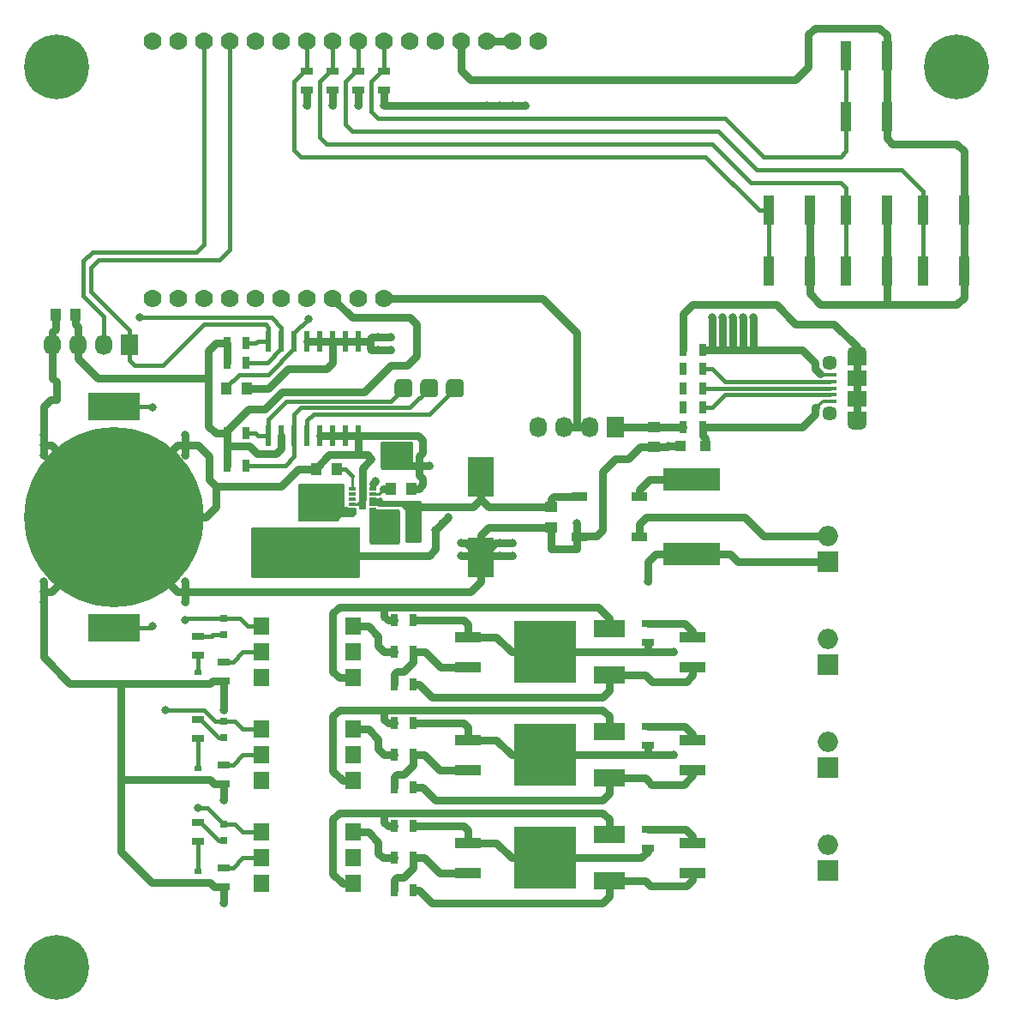
<source format=gtl>
G04 #@! TF.GenerationSoftware,KiCad,Pcbnew,no-vcs-found-67ccf76~61~ubuntu16.04.1*
G04 #@! TF.CreationDate,2018-03-20T21:24:49+05:30*
G04 #@! TF.ProjectId,wyostat,77796F737461742E6B696361645F7063,rev?*
G04 #@! TF.SameCoordinates,Original*
G04 #@! TF.FileFunction,Copper,L1,Top,Signal*
G04 #@! TF.FilePolarity,Positive*
%FSLAX46Y46*%
G04 Gerber Fmt 4.6, Leading zero omitted, Abs format (unit mm)*
G04 Created by KiCad (PCBNEW no-vcs-found-67ccf76~61~ubuntu16.04.1) date Tue Mar 20 21:24:49 2018*
%MOMM*%
%LPD*%
G01*
G04 APERTURE LIST*
%ADD10R,2.500000X1.000000*%
%ADD11R,3.048000X1.651000*%
%ADD12R,6.096000X6.096000*%
%ADD13R,1.000000X3.000000*%
%ADD14C,1.778000*%
%ADD15R,1.550000X0.850000*%
%ADD16R,0.599440X1.998980*%
%ADD17R,0.800000X2.080000*%
%ADD18R,0.700000X0.300000*%
%ADD19C,17.780000*%
%ADD20R,5.080000X2.794000*%
%ADD21C,0.508000*%
%ADD22R,1.000000X1.250000*%
%ADD23R,1.250000X1.000000*%
%ADD24R,0.700000X1.300000*%
%ADD25R,1.300000X0.700000*%
%ADD26R,1.900000X1.200000*%
%ADD27O,1.900000X1.200000*%
%ADD28R,1.900000X1.500000*%
%ADD29C,1.450000*%
%ADD30R,1.350000X0.400000*%
%ADD31R,1.520000X1.780000*%
%ADD32O,1.727200X2.032000*%
%ADD33R,1.727200X2.032000*%
%ADD34O,1.998980X1.998980*%
%ADD35R,1.998980X1.998980*%
%ADD36R,0.800000X0.800000*%
%ADD37R,5.600000X2.300000*%
%ADD38R,0.700000X0.600000*%
%ADD39C,1.650000*%
%ADD40R,0.600000X0.700000*%
%ADD41C,0.800000*%
%ADD42C,6.400000*%
%ADD43R,2.500000X4.000000*%
%ADD44R,1.000000X1.000000*%
%ADD45C,0.812800*%
%ADD46C,0.762000*%
%ADD47C,0.254000*%
%ADD48C,0.381000*%
%ADD49C,0.250000*%
%ADD50C,0.127000*%
G04 APERTURE END LIST*
D10*
X77470000Y-113435000D03*
X77470000Y-116435000D03*
X77470000Y-103275000D03*
X77470000Y-106275000D03*
X77470000Y-93115000D03*
X77470000Y-96115000D03*
X99695000Y-93115000D03*
X99695000Y-96115000D03*
X99695000Y-103275000D03*
X99695000Y-106275000D03*
X99695000Y-113435000D03*
X99695000Y-116435000D03*
D11*
X91440000Y-96901000D03*
D12*
X85090000Y-94615000D03*
D11*
X91440000Y-92329000D03*
X91440000Y-107061000D03*
D12*
X85090000Y-104775000D03*
D11*
X91440000Y-102489000D03*
X91440000Y-117221000D03*
D12*
X85090000Y-114935000D03*
D11*
X91440000Y-112649000D03*
D13*
X122460000Y-56975000D03*
X126460000Y-56975000D03*
X126460000Y-50975000D03*
X122460000Y-50975000D03*
X114840000Y-41735000D03*
X118840000Y-41735000D03*
X118840000Y-35735000D03*
X114840000Y-35735000D03*
X114840000Y-56975000D03*
X118840000Y-56975000D03*
X118840000Y-50975000D03*
X114840000Y-50975000D03*
X107220000Y-56975000D03*
X111220000Y-56975000D03*
X111220000Y-50975000D03*
X107220000Y-50975000D03*
D14*
X46355000Y-59690000D03*
X48895000Y-59690000D03*
X51435000Y-59690000D03*
X53975000Y-59690000D03*
X56515000Y-59690000D03*
X59055000Y-59690000D03*
X61595000Y-59690000D03*
X64135000Y-59690000D03*
X66675000Y-59690000D03*
X69215000Y-59690000D03*
X84455000Y-34290000D03*
X81915000Y-34290000D03*
X79375000Y-34290000D03*
X76835000Y-34290000D03*
X74295000Y-34290000D03*
X71755000Y-34290000D03*
X69215000Y-34290000D03*
X66675000Y-34290000D03*
X64135000Y-34290000D03*
X61595000Y-34290000D03*
X59055000Y-34290000D03*
X56515000Y-34290000D03*
X53975000Y-34290000D03*
X51435000Y-34290000D03*
X48895000Y-34290000D03*
X46355000Y-34290000D03*
D15*
X94390000Y-79280000D03*
X94390000Y-83280000D03*
X88490000Y-83280000D03*
X88490000Y-79280000D03*
D16*
X57785000Y-63929260D03*
X59055000Y-63929260D03*
X60325000Y-63929260D03*
X61595000Y-63929260D03*
X62865000Y-63929260D03*
X64135000Y-63929260D03*
X65405000Y-63929260D03*
X66675000Y-63929260D03*
X66675000Y-73230740D03*
X65405000Y-73230740D03*
X64135000Y-73230740D03*
X62865000Y-73230740D03*
X61595000Y-73230740D03*
X60325000Y-73230740D03*
X59055000Y-73230740D03*
X57785000Y-73230740D03*
D17*
X67056000Y-79502000D03*
D18*
X66066000Y-80502000D03*
X66066000Y-80002000D03*
X66066000Y-79502000D03*
X66066000Y-79002000D03*
X66066000Y-78502000D03*
X68046000Y-78502000D03*
X68046000Y-79002000D03*
X68046000Y-79502000D03*
X68046000Y-80002000D03*
X68046000Y-80502000D03*
D19*
X42545000Y-81280000D03*
D20*
X42545000Y-70358000D03*
X42545000Y-92202000D03*
D21*
G36*
X76688069Y-67693140D02*
X76731218Y-67699541D01*
X76773532Y-67710140D01*
X76814603Y-67724836D01*
X76854036Y-67743486D01*
X76891451Y-67765912D01*
X76926488Y-67791897D01*
X76958809Y-67821191D01*
X76988103Y-67853512D01*
X77014088Y-67888549D01*
X77036514Y-67925964D01*
X77055164Y-67965397D01*
X77069860Y-68006468D01*
X77080459Y-68048782D01*
X77086860Y-68091931D01*
X77089000Y-68135500D01*
X77089000Y-69024500D01*
X77086860Y-69068069D01*
X77080459Y-69111218D01*
X77069860Y-69153532D01*
X77055164Y-69194603D01*
X77036514Y-69234036D01*
X77014088Y-69271451D01*
X76988103Y-69306488D01*
X76958809Y-69338809D01*
X76926488Y-69368103D01*
X76891451Y-69394088D01*
X76854036Y-69416514D01*
X76814603Y-69435164D01*
X76773532Y-69449860D01*
X76731218Y-69460459D01*
X76688069Y-69466860D01*
X76644500Y-69469000D01*
X75755500Y-69469000D01*
X75711931Y-69466860D01*
X75668782Y-69460459D01*
X75626468Y-69449860D01*
X75585397Y-69435164D01*
X75545964Y-69416514D01*
X75508549Y-69394088D01*
X75473512Y-69368103D01*
X75441191Y-69338809D01*
X75411897Y-69306488D01*
X75385912Y-69271451D01*
X75363486Y-69234036D01*
X75344836Y-69194603D01*
X75330140Y-69153532D01*
X75319541Y-69111218D01*
X75313140Y-69068069D01*
X75311000Y-69024500D01*
X75311000Y-68135500D01*
X75313140Y-68091931D01*
X75319541Y-68048782D01*
X75330140Y-68006468D01*
X75344836Y-67965397D01*
X75363486Y-67925964D01*
X75385912Y-67888549D01*
X75411897Y-67853512D01*
X75441191Y-67821191D01*
X75473512Y-67791897D01*
X75508549Y-67765912D01*
X75545964Y-67743486D01*
X75585397Y-67724836D01*
X75626468Y-67710140D01*
X75668782Y-67699541D01*
X75711931Y-67693140D01*
X75755500Y-67691000D01*
X76644500Y-67691000D01*
X76688069Y-67693140D01*
X76688069Y-67693140D01*
G37*
D14*
X76200000Y-68580000D03*
D21*
G36*
X74148069Y-67693140D02*
X74191218Y-67699541D01*
X74233532Y-67710140D01*
X74274603Y-67724836D01*
X74314036Y-67743486D01*
X74351451Y-67765912D01*
X74386488Y-67791897D01*
X74418809Y-67821191D01*
X74448103Y-67853512D01*
X74474088Y-67888549D01*
X74496514Y-67925964D01*
X74515164Y-67965397D01*
X74529860Y-68006468D01*
X74540459Y-68048782D01*
X74546860Y-68091931D01*
X74549000Y-68135500D01*
X74549000Y-69024500D01*
X74546860Y-69068069D01*
X74540459Y-69111218D01*
X74529860Y-69153532D01*
X74515164Y-69194603D01*
X74496514Y-69234036D01*
X74474088Y-69271451D01*
X74448103Y-69306488D01*
X74418809Y-69338809D01*
X74386488Y-69368103D01*
X74351451Y-69394088D01*
X74314036Y-69416514D01*
X74274603Y-69435164D01*
X74233532Y-69449860D01*
X74191218Y-69460459D01*
X74148069Y-69466860D01*
X74104500Y-69469000D01*
X73215500Y-69469000D01*
X73171931Y-69466860D01*
X73128782Y-69460459D01*
X73086468Y-69449860D01*
X73045397Y-69435164D01*
X73005964Y-69416514D01*
X72968549Y-69394088D01*
X72933512Y-69368103D01*
X72901191Y-69338809D01*
X72871897Y-69306488D01*
X72845912Y-69271451D01*
X72823486Y-69234036D01*
X72804836Y-69194603D01*
X72790140Y-69153532D01*
X72779541Y-69111218D01*
X72773140Y-69068069D01*
X72771000Y-69024500D01*
X72771000Y-68135500D01*
X72773140Y-68091931D01*
X72779541Y-68048782D01*
X72790140Y-68006468D01*
X72804836Y-67965397D01*
X72823486Y-67925964D01*
X72845912Y-67888549D01*
X72871897Y-67853512D01*
X72901191Y-67821191D01*
X72933512Y-67791897D01*
X72968549Y-67765912D01*
X73005964Y-67743486D01*
X73045397Y-67724836D01*
X73086468Y-67710140D01*
X73128782Y-67699541D01*
X73171931Y-67693140D01*
X73215500Y-67691000D01*
X74104500Y-67691000D01*
X74148069Y-67693140D01*
X74148069Y-67693140D01*
G37*
D14*
X73660000Y-68580000D03*
D21*
G36*
X71608069Y-67693140D02*
X71651218Y-67699541D01*
X71693532Y-67710140D01*
X71734603Y-67724836D01*
X71774036Y-67743486D01*
X71811451Y-67765912D01*
X71846488Y-67791897D01*
X71878809Y-67821191D01*
X71908103Y-67853512D01*
X71934088Y-67888549D01*
X71956514Y-67925964D01*
X71975164Y-67965397D01*
X71989860Y-68006468D01*
X72000459Y-68048782D01*
X72006860Y-68091931D01*
X72009000Y-68135500D01*
X72009000Y-69024500D01*
X72006860Y-69068069D01*
X72000459Y-69111218D01*
X71989860Y-69153532D01*
X71975164Y-69194603D01*
X71956514Y-69234036D01*
X71934088Y-69271451D01*
X71908103Y-69306488D01*
X71878809Y-69338809D01*
X71846488Y-69368103D01*
X71811451Y-69394088D01*
X71774036Y-69416514D01*
X71734603Y-69435164D01*
X71693532Y-69449860D01*
X71651218Y-69460459D01*
X71608069Y-69466860D01*
X71564500Y-69469000D01*
X70675500Y-69469000D01*
X70631931Y-69466860D01*
X70588782Y-69460459D01*
X70546468Y-69449860D01*
X70505397Y-69435164D01*
X70465964Y-69416514D01*
X70428549Y-69394088D01*
X70393512Y-69368103D01*
X70361191Y-69338809D01*
X70331897Y-69306488D01*
X70305912Y-69271451D01*
X70283486Y-69234036D01*
X70264836Y-69194603D01*
X70250140Y-69153532D01*
X70239541Y-69111218D01*
X70233140Y-69068069D01*
X70231000Y-69024500D01*
X70231000Y-68135500D01*
X70233140Y-68091931D01*
X70239541Y-68048782D01*
X70250140Y-68006468D01*
X70264836Y-67965397D01*
X70283486Y-67925964D01*
X70305912Y-67888549D01*
X70331897Y-67853512D01*
X70361191Y-67821191D01*
X70393512Y-67791897D01*
X70428549Y-67765912D01*
X70465964Y-67743486D01*
X70505397Y-67724836D01*
X70546468Y-67710140D01*
X70588782Y-67699541D01*
X70631931Y-67693140D01*
X70675500Y-67691000D01*
X71564500Y-67691000D01*
X71608069Y-67693140D01*
X71608069Y-67693140D01*
G37*
D14*
X71120000Y-68580000D03*
D22*
X53610000Y-68580000D03*
X55610000Y-68580000D03*
D23*
X85725000Y-80280000D03*
X85725000Y-82280000D03*
D22*
X71993000Y-82931000D03*
X69993000Y-82931000D03*
X69866000Y-78486000D03*
X71866000Y-78486000D03*
X64500000Y-76581000D03*
X62500000Y-76581000D03*
X66310000Y-82931000D03*
X68310000Y-82931000D03*
X38719000Y-61341000D03*
X36719000Y-61341000D03*
D23*
X95885000Y-72380600D03*
X95885000Y-74380600D03*
D24*
X70170000Y-94615000D03*
X72070000Y-94615000D03*
X70170000Y-97790000D03*
X72070000Y-97790000D03*
D25*
X50800000Y-93030000D03*
X50800000Y-94930000D03*
X53340000Y-95570000D03*
X53340000Y-97470000D03*
D24*
X70170000Y-91440000D03*
X72070000Y-91440000D03*
D25*
X95250000Y-91760000D03*
X95250000Y-93660000D03*
D24*
X70170000Y-104775000D03*
X72070000Y-104775000D03*
X70170000Y-107950000D03*
X72070000Y-107950000D03*
D25*
X50800000Y-101285000D03*
X50800000Y-103185000D03*
X53340000Y-105730000D03*
X53340000Y-107630000D03*
X95250000Y-101920000D03*
X95250000Y-103820000D03*
D24*
X70170000Y-101600000D03*
X72070000Y-101600000D03*
X70170000Y-114935000D03*
X72070000Y-114935000D03*
X70170000Y-118110000D03*
X72070000Y-118110000D03*
D25*
X50800000Y-111445000D03*
X50800000Y-113345000D03*
X53340000Y-115890000D03*
X53340000Y-117790000D03*
D24*
X70170000Y-111760000D03*
X72070000Y-111760000D03*
D25*
X95250000Y-112080000D03*
X95250000Y-113980000D03*
X66675000Y-39177000D03*
X66675000Y-37277000D03*
X69215000Y-39177000D03*
X69215000Y-37277000D03*
X64135000Y-39177000D03*
X64135000Y-37277000D03*
X61595000Y-39177000D03*
X61595000Y-37277000D03*
D24*
X98745000Y-72390000D03*
X100645000Y-72390000D03*
X100645000Y-64770000D03*
X98745000Y-64770000D03*
X100645000Y-70485000D03*
X98745000Y-70485000D03*
X100645000Y-68580000D03*
X98745000Y-68580000D03*
X100645000Y-66675000D03*
X98745000Y-66675000D03*
X55560000Y-76200000D03*
X53660000Y-76200000D03*
X55560000Y-73025000D03*
X53660000Y-73025000D03*
X55560000Y-64135000D03*
X53660000Y-64135000D03*
X55560000Y-66040000D03*
X53660000Y-66040000D03*
D26*
X115920000Y-71480000D03*
X115920000Y-65680000D03*
D27*
X115920000Y-65080000D03*
X115920000Y-72080000D03*
D28*
X115920000Y-69580000D03*
D29*
X113220000Y-66080000D03*
D30*
X113220000Y-68580000D03*
X113220000Y-67930000D03*
X113220000Y-67280000D03*
X113220000Y-69880000D03*
X113220000Y-69230000D03*
D29*
X113220000Y-71080000D03*
D28*
X115920000Y-67580000D03*
D31*
X57090000Y-92075000D03*
X57090000Y-94615000D03*
X57090000Y-97155000D03*
X66100000Y-97155000D03*
X66100000Y-94615000D03*
X66100000Y-92075000D03*
X57090000Y-102235000D03*
X57090000Y-104775000D03*
X57090000Y-107315000D03*
X66100000Y-107315000D03*
X66100000Y-104775000D03*
X66100000Y-102235000D03*
X57090000Y-112395000D03*
X57090000Y-114935000D03*
X57090000Y-117475000D03*
X66100000Y-117475000D03*
X66100000Y-114935000D03*
X66100000Y-112395000D03*
D32*
X36449000Y-64262000D03*
X38989000Y-64262000D03*
X41529000Y-64262000D03*
D33*
X44069000Y-64262000D03*
D34*
X113030000Y-93325000D03*
D35*
X113030000Y-95865000D03*
D34*
X113030000Y-83165000D03*
D35*
X113030000Y-85705000D03*
D34*
X113030000Y-103485000D03*
D35*
X113030000Y-106025000D03*
D34*
X113030000Y-113645000D03*
D35*
X113030000Y-116185000D03*
D36*
X53340000Y-92875000D03*
X53340000Y-91275000D03*
X53340000Y-103035000D03*
X53340000Y-101435000D03*
X53340000Y-113195000D03*
X53340000Y-111595000D03*
D37*
X99568000Y-77580000D03*
X99568000Y-84980000D03*
D33*
X92075000Y-72390000D03*
D32*
X89535000Y-72390000D03*
X86995000Y-72390000D03*
X84455000Y-72390000D03*
D38*
X50800000Y-96605000D03*
X50800000Y-97705000D03*
X50800000Y-106130000D03*
X50800000Y-107230000D03*
X50800000Y-116290000D03*
X50800000Y-117390000D03*
D21*
G36*
X57352320Y-83995641D02*
X57392363Y-84001581D01*
X57431630Y-84011417D01*
X57469745Y-84025055D01*
X57506339Y-84042362D01*
X57541061Y-84063174D01*
X57573575Y-84087288D01*
X57603570Y-84114473D01*
X59141527Y-85652430D01*
X59168712Y-85682425D01*
X59192826Y-85714939D01*
X59213638Y-85749661D01*
X59230945Y-85786255D01*
X59244583Y-85824370D01*
X59254419Y-85863637D01*
X59260359Y-85903680D01*
X59262345Y-85944112D01*
X59260359Y-85984544D01*
X59254419Y-86024587D01*
X59244583Y-86063854D01*
X59230945Y-86101969D01*
X59213638Y-86138563D01*
X59192826Y-86173285D01*
X59168712Y-86205799D01*
X59141527Y-86235794D01*
X58558164Y-86819157D01*
X58528169Y-86846342D01*
X58495655Y-86870456D01*
X58460933Y-86891268D01*
X58424339Y-86908575D01*
X58386224Y-86922213D01*
X58346957Y-86932049D01*
X58306914Y-86937989D01*
X58266482Y-86939975D01*
X58226050Y-86937989D01*
X58186007Y-86932049D01*
X58146740Y-86922213D01*
X58108625Y-86908575D01*
X58072031Y-86891268D01*
X58037309Y-86870456D01*
X58004795Y-86846342D01*
X57974800Y-86819157D01*
X56436843Y-85281200D01*
X56409658Y-85251205D01*
X56385544Y-85218691D01*
X56364732Y-85183969D01*
X56347425Y-85147375D01*
X56333787Y-85109260D01*
X56323951Y-85069993D01*
X56318011Y-85029950D01*
X56316025Y-84989518D01*
X56318011Y-84949086D01*
X56323951Y-84909043D01*
X56333787Y-84869776D01*
X56347425Y-84831661D01*
X56364732Y-84795067D01*
X56385544Y-84760345D01*
X56409658Y-84727831D01*
X56436843Y-84697836D01*
X57020206Y-84114473D01*
X57050201Y-84087288D01*
X57082715Y-84063174D01*
X57117437Y-84042362D01*
X57154031Y-84025055D01*
X57192146Y-84011417D01*
X57231413Y-84001581D01*
X57271456Y-83995641D01*
X57311888Y-83993655D01*
X57352320Y-83995641D01*
X57352320Y-83995641D01*
G37*
D39*
X57789185Y-85466815D03*
D21*
G36*
X63185950Y-78162011D02*
X63225993Y-78167951D01*
X63265260Y-78177787D01*
X63303375Y-78191425D01*
X63339969Y-78208732D01*
X63374691Y-78229544D01*
X63407205Y-78253658D01*
X63437200Y-78280843D01*
X64975157Y-79818800D01*
X65002342Y-79848795D01*
X65026456Y-79881309D01*
X65047268Y-79916031D01*
X65064575Y-79952625D01*
X65078213Y-79990740D01*
X65088049Y-80030007D01*
X65093989Y-80070050D01*
X65095975Y-80110482D01*
X65093989Y-80150914D01*
X65088049Y-80190957D01*
X65078213Y-80230224D01*
X65064575Y-80268339D01*
X65047268Y-80304933D01*
X65026456Y-80339655D01*
X65002342Y-80372169D01*
X64975157Y-80402164D01*
X64391794Y-80985527D01*
X64361799Y-81012712D01*
X64329285Y-81036826D01*
X64294563Y-81057638D01*
X64257969Y-81074945D01*
X64219854Y-81088583D01*
X64180587Y-81098419D01*
X64140544Y-81104359D01*
X64100112Y-81106345D01*
X64059680Y-81104359D01*
X64019637Y-81098419D01*
X63980370Y-81088583D01*
X63942255Y-81074945D01*
X63905661Y-81057638D01*
X63870939Y-81036826D01*
X63838425Y-81012712D01*
X63808430Y-80985527D01*
X62270473Y-79447570D01*
X62243288Y-79417575D01*
X62219174Y-79385061D01*
X62198362Y-79350339D01*
X62181055Y-79313745D01*
X62167417Y-79275630D01*
X62157581Y-79236363D01*
X62151641Y-79196320D01*
X62149655Y-79155888D01*
X62151641Y-79115456D01*
X62157581Y-79075413D01*
X62167417Y-79036146D01*
X62181055Y-78998031D01*
X62198362Y-78961437D01*
X62219174Y-78926715D01*
X62243288Y-78894201D01*
X62270473Y-78864206D01*
X62853836Y-78280843D01*
X62883831Y-78253658D01*
X62916345Y-78229544D01*
X62951067Y-78208732D01*
X62987661Y-78191425D01*
X63025776Y-78177787D01*
X63065043Y-78167951D01*
X63105086Y-78162011D01*
X63145518Y-78160025D01*
X63185950Y-78162011D01*
X63185950Y-78162011D01*
G37*
D39*
X63622815Y-79633185D03*
D40*
X72686000Y-76200000D03*
X71586000Y-76200000D03*
D41*
X38527056Y-35132944D03*
X36830000Y-34430000D03*
X35132944Y-35132944D03*
X34430000Y-36830000D03*
X35132944Y-38527056D03*
X36830000Y-39230000D03*
X38527056Y-38527056D03*
X39230000Y-36830000D03*
D42*
X36830000Y-36830000D03*
D41*
X127427056Y-35132944D03*
X125730000Y-34430000D03*
X124032944Y-35132944D03*
X123330000Y-36830000D03*
X124032944Y-38527056D03*
X125730000Y-39230000D03*
X127427056Y-38527056D03*
X128130000Y-36830000D03*
D42*
X125730000Y-36830000D03*
X36830000Y-125730000D03*
D41*
X39230000Y-125730000D03*
X38527056Y-127427056D03*
X36830000Y-128130000D03*
X35132944Y-127427056D03*
X34430000Y-125730000D03*
X35132944Y-124032944D03*
X36830000Y-123330000D03*
X38527056Y-124032944D03*
D42*
X125730000Y-125730000D03*
D41*
X128130000Y-125730000D03*
X127427056Y-127427056D03*
X125730000Y-128130000D03*
X124032944Y-127427056D03*
X123330000Y-125730000D03*
X124032944Y-124032944D03*
X125730000Y-123330000D03*
X127427056Y-124032944D03*
D43*
X78740000Y-85280000D03*
X78740000Y-77280000D03*
D44*
X98445000Y-74295000D03*
X100945000Y-74295000D03*
D45*
X97790000Y-94615000D03*
X97790000Y-104775000D03*
X85090000Y-114935000D03*
X53340000Y-100330000D03*
X69850000Y-64770000D03*
X69850000Y-63500000D03*
X68580000Y-63500000D03*
X35560000Y-75183994D03*
X35560000Y-88646000D03*
X49530000Y-80264000D03*
X49530000Y-82296000D03*
X49530000Y-81280000D03*
X35560000Y-87629998D03*
X35560000Y-89662000D03*
X49530000Y-89662000D03*
X49530000Y-87629998D03*
X49530000Y-88646000D03*
X49530000Y-74168000D03*
X35560000Y-74168000D03*
X35560000Y-73152000D03*
X49530000Y-75184002D03*
X49530000Y-73152000D03*
X67945000Y-75565014D03*
X105664000Y-61595000D03*
X104648000Y-61595000D03*
X103632000Y-61595000D03*
X102616000Y-61595000D03*
X101600000Y-61595000D03*
X83185000Y-40640000D03*
X81915000Y-40640000D03*
X80645000Y-40640000D03*
X79375000Y-40640000D03*
X36830000Y-69723004D03*
X68580000Y-64770000D03*
X97282000Y-74295000D03*
X75565000Y-81280000D03*
X74930000Y-81915000D03*
X74295000Y-82550000D03*
X49530000Y-91440000D03*
X47625000Y-100330000D03*
X50800000Y-109982000D03*
X45085000Y-61595000D03*
X46354994Y-70485000D03*
X46355000Y-92075000D03*
X61722000Y-61722000D03*
X95250000Y-87630000D03*
X53340000Y-119380000D03*
X73660000Y-76200000D03*
X73025000Y-74930000D03*
X90170000Y-83185000D03*
X88265000Y-81915000D03*
X88265000Y-84455000D03*
X81915000Y-83820000D03*
X80645000Y-85090000D03*
X80645000Y-83820000D03*
X81915000Y-85090000D03*
X76835000Y-85090000D03*
X76835000Y-83820000D03*
X53340000Y-109220000D03*
X73025000Y-78105000D03*
X69215000Y-40640000D03*
X66675000Y-40640000D03*
X64135000Y-40640000D03*
X61595000Y-40640000D03*
X68326000Y-77724000D03*
X95250000Y-97155000D03*
X95250000Y-107315000D03*
X95250000Y-117475000D03*
X70104008Y-81280000D03*
X69850000Y-75565000D03*
X68961000Y-81280000D03*
X70866000Y-76200000D03*
D46*
X95250000Y-94615000D02*
X97790000Y-94615000D01*
X72070000Y-91440000D02*
X77057000Y-91440000D01*
X77057000Y-91440000D02*
X77470000Y-91853000D01*
X77470000Y-91853000D02*
X77470000Y-93115000D01*
X85090000Y-94615000D02*
X81788000Y-94615000D01*
X77470000Y-93115000D02*
X80288000Y-93115000D01*
X80288000Y-93115000D02*
X81788000Y-94615000D01*
X95250000Y-91760000D02*
X98872000Y-91760000D01*
X98872000Y-91760000D02*
X99695000Y-92583000D01*
X99695000Y-92583000D02*
X99695000Y-93115000D01*
X73279000Y-94615000D02*
X74779000Y-96115000D01*
X74779000Y-96115000D02*
X77470000Y-96115000D01*
X72070000Y-94615000D02*
X73279000Y-94615000D01*
X95250000Y-104775000D02*
X97790000Y-104775000D01*
X77470000Y-103275000D02*
X80288000Y-103275000D01*
X81788000Y-104775000D02*
X85090000Y-104775000D01*
X80288000Y-103275000D02*
X81788000Y-104775000D01*
X72070000Y-101600000D02*
X77057000Y-101600000D01*
X77057000Y-101600000D02*
X77470000Y-102013000D01*
X77470000Y-102013000D02*
X77470000Y-103275000D01*
X95250000Y-101920000D02*
X98872000Y-101920000D01*
X99695000Y-102743000D02*
X99695000Y-103275000D01*
X98872000Y-101920000D02*
X99695000Y-102743000D01*
X72070000Y-104775000D02*
X73182000Y-104775000D01*
X74682000Y-106275000D02*
X77470000Y-106275000D01*
X73182000Y-104775000D02*
X74682000Y-106275000D01*
X99695000Y-113435000D02*
X99695000Y-112776000D01*
X95250000Y-112080000D02*
X98999000Y-112080000D01*
X98999000Y-112080000D02*
X99695000Y-112776000D01*
X85090000Y-114935000D02*
X94615000Y-114935000D01*
X95250000Y-114300000D02*
X94615000Y-114935000D01*
X95250000Y-113980000D02*
X95250000Y-114300000D01*
X72070000Y-111760000D02*
X77057000Y-111760000D01*
X77057000Y-111760000D02*
X77470000Y-112173000D01*
X77470000Y-112173000D02*
X77470000Y-113435000D01*
X77470000Y-113435000D02*
X80288000Y-113435000D01*
X80288000Y-113435000D02*
X81788000Y-114935000D01*
X81788000Y-114935000D02*
X85090000Y-114935000D01*
X72070000Y-114935000D02*
X73182000Y-114935000D01*
X73182000Y-114935000D02*
X74682000Y-116435000D01*
X74682000Y-116435000D02*
X77470000Y-116435000D01*
X80645000Y-85090000D02*
X81915000Y-85090000D01*
X80645000Y-83820000D02*
X81915000Y-83820000D01*
X43180000Y-114300000D02*
X43180000Y-107315000D01*
X50800000Y-107230000D02*
X43265000Y-107230000D01*
X43180000Y-107315000D02*
X43180000Y-97705000D01*
X43265000Y-107230000D02*
X43180000Y-107315000D01*
X50800000Y-97705000D02*
X43180000Y-97705000D01*
X43180000Y-97705000D02*
X38142000Y-97705000D01*
X46270000Y-117390000D02*
X43180000Y-114300000D01*
X50800000Y-117390000D02*
X46270000Y-117390000D01*
X53340000Y-97470000D02*
X53340000Y-100330000D01*
X67818000Y-64008000D02*
X67818000Y-64643000D01*
X67818000Y-63687264D02*
X67818000Y-64008000D01*
X67815460Y-64008000D02*
X67818000Y-64008000D01*
X66675000Y-63929260D02*
X67736720Y-63929260D01*
X67736720Y-63929260D02*
X67815460Y-64008000D01*
X67818000Y-64643000D02*
X67945000Y-64770000D01*
X67945000Y-64770000D02*
X69850000Y-64770000D01*
X68580000Y-63500000D02*
X68005264Y-63500000D01*
X68005264Y-63500000D02*
X67818000Y-63687264D01*
X69850000Y-63500000D02*
X68580000Y-63500000D01*
X55610000Y-68580000D02*
X57785000Y-68580000D01*
X57785000Y-68580000D02*
X59690000Y-66675000D01*
X59690000Y-66675000D02*
X63500000Y-66675000D01*
X63500000Y-66675000D02*
X64135000Y-66040000D01*
X64135000Y-66040000D02*
X64135000Y-63929260D01*
X90805000Y-76835000D02*
X90805000Y-82550000D01*
X90805000Y-82550000D02*
X90170000Y-83185000D01*
X92075000Y-75565000D02*
X90805000Y-76835000D01*
X93313600Y-75565000D02*
X92075000Y-75565000D01*
X95885000Y-74380600D02*
X94498000Y-74380600D01*
X94498000Y-74380600D02*
X93313600Y-75565000D01*
X88265000Y-84455000D02*
X85725000Y-84455000D01*
X49530000Y-88646000D02*
X77724000Y-88646000D01*
X77724000Y-88646000D02*
X78740000Y-87630000D01*
X78740000Y-87630000D02*
X78740000Y-85280000D01*
X63797385Y-75158615D02*
X66675000Y-75158615D01*
X66675000Y-73230740D02*
X66675000Y-75158615D01*
X66675000Y-75158615D02*
X67538601Y-75158615D01*
X35560000Y-89662000D02*
X35560000Y-95123000D01*
X35560000Y-74168000D02*
X35560000Y-75183994D01*
X52578000Y-78232000D02*
X51943000Y-77597000D01*
X51943000Y-77597000D02*
X51943000Y-75311000D01*
X50800000Y-74168000D02*
X49530000Y-74168000D01*
X51943000Y-75311000D02*
X50800000Y-74168000D01*
X59055000Y-78232000D02*
X52578000Y-78232000D01*
X52578000Y-78232000D02*
X52578000Y-80264000D01*
X52578000Y-80264000D02*
X51562000Y-81280000D01*
X51562000Y-81280000D02*
X49530000Y-81280000D01*
X49530000Y-81280000D02*
X49530000Y-80264000D01*
X49530000Y-81280000D02*
X49530000Y-82296000D01*
X42545000Y-81280000D02*
X49530000Y-81280000D01*
X48768000Y-88646000D02*
X49530000Y-88646000D01*
X42545000Y-82423000D02*
X48768000Y-88646000D01*
X36322000Y-88646000D02*
X35560000Y-88646000D01*
X42545000Y-82423000D02*
X36322000Y-88646000D01*
X42545000Y-81280000D02*
X42545000Y-82423000D01*
X35560000Y-88646000D02*
X35560000Y-87629998D01*
X35560000Y-88646000D02*
X35560000Y-89662000D01*
X49530000Y-87629998D02*
X49530000Y-89662000D01*
X42545000Y-80391000D02*
X36322000Y-74168000D01*
X36322000Y-74168000D02*
X35560000Y-74168000D01*
X42545000Y-80391000D02*
X48768000Y-74168000D01*
X48768000Y-74168000D02*
X49530000Y-74168000D01*
X42545000Y-81280000D02*
X42545000Y-80391000D01*
X35560000Y-73152000D02*
X35560000Y-74168000D01*
X35560000Y-73152000D02*
X35560000Y-70418268D01*
X36830000Y-69723004D02*
X36255264Y-69723004D01*
X36255264Y-69723004D02*
X35560000Y-70418268D01*
X49530000Y-74168000D02*
X49530000Y-75184002D01*
X49530000Y-74168000D02*
X49530000Y-73152000D01*
X62500000Y-76581000D02*
X62500000Y-76456000D01*
X67056000Y-76454014D02*
X67945000Y-75565014D01*
X62500000Y-76456000D02*
X63797385Y-75158615D01*
X67538601Y-75158615D02*
X67945000Y-75565014D01*
X67056000Y-79502000D02*
X67056000Y-76454014D01*
X104648000Y-64770000D02*
X105664000Y-64770000D01*
X105664000Y-61595000D02*
X105664000Y-64770000D01*
X105664000Y-64770000D02*
X110490000Y-64770000D01*
X103632000Y-64770000D02*
X104648000Y-64770000D01*
X104648000Y-61595000D02*
X104648000Y-64770000D01*
X102616000Y-64770000D02*
X103632000Y-64770000D01*
X103632000Y-61595000D02*
X103632000Y-64770000D01*
X102235000Y-64770000D02*
X102616000Y-64770000D01*
X102616000Y-61595000D02*
X102616000Y-64770000D01*
X85090000Y-94615000D02*
X95250000Y-94615000D01*
X95250000Y-93660000D02*
X95250000Y-94615000D01*
X70485000Y-96520000D02*
X70170000Y-96835000D01*
X70170000Y-96835000D02*
X70170000Y-97790000D01*
X71120000Y-96520000D02*
X70485000Y-96520000D01*
X72070000Y-95570000D02*
X71120000Y-96520000D01*
X72070000Y-94615000D02*
X72070000Y-95570000D01*
X36830000Y-67945000D02*
X36449000Y-67564000D01*
X36449000Y-67564000D02*
X36449000Y-64262000D01*
X36830000Y-69723004D02*
X36830000Y-67945000D01*
X101600000Y-64770000D02*
X101600000Y-61595000D01*
X101600000Y-64770000D02*
X102235000Y-64770000D01*
X100645000Y-64770000D02*
X101600000Y-64770000D01*
D47*
X113220000Y-67280000D02*
X112291000Y-67280000D01*
X112291000Y-67280000D02*
X112230799Y-67219799D01*
X112230799Y-67219799D02*
X112230799Y-67145799D01*
D46*
X111760000Y-66675000D02*
X112230799Y-67145799D01*
X111760000Y-66040000D02*
X111760000Y-66675000D01*
X110490000Y-64770000D02*
X111760000Y-66040000D01*
X80645000Y-40640000D02*
X79375000Y-40640000D01*
X81915000Y-40640000D02*
X80645000Y-40640000D01*
X83185000Y-40640000D02*
X81915000Y-40640000D01*
X69215000Y-40640000D02*
X79375000Y-40640000D01*
X59055000Y-78232000D02*
X60706000Y-76581000D01*
X36449000Y-64262000D02*
X36449000Y-62998000D01*
X36449000Y-62998000D02*
X36719000Y-62728000D01*
X36719000Y-62728000D02*
X36719000Y-61341000D01*
X38142000Y-97705000D02*
X35560000Y-95123000D01*
X52263000Y-97470000D02*
X52028000Y-97705000D01*
X52028000Y-97705000D02*
X50800000Y-97705000D01*
X53340000Y-97470000D02*
X52263000Y-97470000D01*
X95885000Y-74380600D02*
X97196400Y-74380600D01*
X97196400Y-74380600D02*
X97282000Y-74295000D01*
X98445000Y-74295000D02*
X97282000Y-74295000D01*
X73025000Y-73660000D02*
X72595740Y-73230740D01*
X72595740Y-73230740D02*
X66675000Y-73230740D01*
X73025000Y-74930000D02*
X73025000Y-73660000D01*
X65405000Y-73230740D02*
X66675000Y-73230740D01*
X64135000Y-73230740D02*
X65405000Y-73230740D01*
X62865000Y-73230740D02*
X64135000Y-73230740D01*
X65405000Y-63929260D02*
X66675000Y-63929260D01*
X64135000Y-63929260D02*
X65405000Y-63929260D01*
X62865000Y-63929260D02*
X64135000Y-63929260D01*
X61595000Y-63929260D02*
X62865000Y-63929260D01*
X72390000Y-62230000D02*
X71755000Y-61595000D01*
X71501000Y-66294000D02*
X72390000Y-65405000D01*
X67208398Y-68935602D02*
X69850000Y-66294000D01*
X59080398Y-68935602D02*
X67208398Y-68935602D01*
X53660000Y-72725000D02*
X55773000Y-70612000D01*
X72390000Y-65405000D02*
X72390000Y-62230000D01*
X69850000Y-66294000D02*
X71501000Y-66294000D01*
X55773000Y-70612000D02*
X57404000Y-70612000D01*
X53660000Y-73025000D02*
X53660000Y-72725000D01*
X57404000Y-70612000D02*
X59080398Y-68935602D01*
X71755000Y-61595000D02*
X66040000Y-61595000D01*
X66040000Y-61595000D02*
X64135000Y-59690000D01*
X111760000Y-33020000D02*
X111125000Y-33655000D01*
X118110000Y-33020000D02*
X111760000Y-33020000D01*
X109855000Y-38100000D02*
X77724000Y-38100000D01*
X118840000Y-33750000D02*
X118110000Y-33020000D01*
X111125000Y-36830000D02*
X109855000Y-38100000D01*
X118840000Y-35735000D02*
X118840000Y-33750000D01*
X111125000Y-33655000D02*
X111125000Y-36830000D01*
X77724000Y-38100000D02*
X76835000Y-37211000D01*
X76835000Y-37211000D02*
X76835000Y-34290000D01*
X125730000Y-44450000D02*
X126460000Y-45180000D01*
X119380000Y-44450000D02*
X125730000Y-44450000D01*
X126460000Y-45180000D02*
X126460000Y-50975000D01*
X118840000Y-43910000D02*
X119380000Y-44450000D01*
X118840000Y-41735000D02*
X118840000Y-43910000D01*
X112308000Y-60325000D02*
X118745000Y-60325000D01*
X118745000Y-60325000D02*
X125730000Y-60325000D01*
X118840000Y-60230000D02*
X118745000Y-60325000D01*
X118840000Y-56975000D02*
X118840000Y-60230000D01*
X125730000Y-60325000D02*
X126460000Y-59595000D01*
X126460000Y-59595000D02*
X126460000Y-56975000D01*
X111220000Y-56975000D02*
X111220000Y-59237000D01*
X111220000Y-59237000D02*
X112308000Y-60325000D01*
X111220000Y-50975000D02*
X111220000Y-56975000D01*
X126460000Y-50975000D02*
X126460000Y-56975000D01*
X38719000Y-62214000D02*
X38989000Y-62484000D01*
X38989000Y-62484000D02*
X38989000Y-64262000D01*
X38719000Y-61341000D02*
X38719000Y-62214000D01*
X51816000Y-67564000D02*
X40894000Y-67564000D01*
X40894000Y-67564000D02*
X38989000Y-65659000D01*
X38989000Y-65659000D02*
X38989000Y-64262000D01*
X51816000Y-67564000D02*
X51816000Y-64867000D01*
X51816000Y-72293000D02*
X51816000Y-67564000D01*
X53660000Y-73025000D02*
X52548000Y-73025000D01*
X52548000Y-73025000D02*
X51816000Y-72293000D01*
X56642000Y-75057000D02*
X58547000Y-75057000D01*
X53660000Y-74295000D02*
X55880000Y-74295000D01*
X58547000Y-75057000D02*
X59055000Y-74549000D01*
X55880000Y-74295000D02*
X56642000Y-75057000D01*
X59055000Y-74549000D02*
X59055000Y-73230740D01*
X53660000Y-74295000D02*
X53660000Y-73025000D01*
X53660000Y-76200000D02*
X53660000Y-74295000D01*
X51816000Y-64867000D02*
X52548000Y-64135000D01*
X52548000Y-64135000D02*
X53660000Y-64135000D01*
X53660000Y-64135000D02*
X53660000Y-66040000D01*
X74930000Y-81915000D02*
X75565000Y-81280000D01*
X74295000Y-82550000D02*
X74930000Y-81915000D01*
X74295000Y-84455000D02*
X74295000Y-82550000D01*
X73660000Y-85090000D02*
X74295000Y-84455000D01*
X66040000Y-85090000D02*
X73660000Y-85090000D01*
X65151000Y-84201000D02*
X66040000Y-85090000D01*
X65151000Y-82931000D02*
X65151000Y-84201000D01*
D48*
X52286000Y-92875000D02*
X52131000Y-93030000D01*
X52131000Y-93030000D02*
X50800000Y-93030000D01*
X53340000Y-92875000D02*
X52286000Y-92875000D01*
X53340000Y-91275000D02*
X49695000Y-91275000D01*
X49695000Y-91275000D02*
X49530000Y-91440000D01*
X55753000Y-92075000D02*
X54953000Y-91275000D01*
X54953000Y-91275000D02*
X53340000Y-91275000D01*
X57090000Y-92075000D02*
X55753000Y-92075000D01*
X51435000Y-100330000D02*
X47625000Y-100330000D01*
X52540000Y-101435000D02*
X51435000Y-100330000D01*
X53340000Y-101435000D02*
X52540000Y-101435000D01*
X53340000Y-111595000D02*
X51727000Y-109982000D01*
X51727000Y-109982000D02*
X50800000Y-109982000D01*
X44069000Y-64262000D02*
X44069000Y-62865000D01*
X44069000Y-62865000D02*
X40259000Y-59055000D01*
X40259000Y-59055000D02*
X40259000Y-56642000D01*
X40259000Y-56642000D02*
X41021000Y-55880000D01*
X41021000Y-55880000D02*
X52959000Y-55880000D01*
X52959000Y-55880000D02*
X53975000Y-54864000D01*
X53975000Y-54864000D02*
X53975000Y-34290000D01*
X44577000Y-66294000D02*
X44069000Y-65786000D01*
X44069000Y-65786000D02*
X44069000Y-64262000D01*
X47371000Y-66294000D02*
X44577000Y-66294000D01*
X51435000Y-62230000D02*
X47371000Y-66294000D01*
X57466230Y-62230000D02*
X51435000Y-62230000D01*
X57785000Y-63929260D02*
X57785000Y-62548770D01*
X57785000Y-62548770D02*
X57466230Y-62230000D01*
X56720740Y-63929260D02*
X56515000Y-64135000D01*
X56515000Y-64135000D02*
X55560000Y-64135000D01*
X57785000Y-63929260D02*
X56720740Y-63929260D01*
X58101230Y-61595000D02*
X45085000Y-61595000D01*
X59055000Y-63929260D02*
X59055000Y-62548770D01*
X59055000Y-62548770D02*
X58101230Y-61595000D01*
X55560000Y-66040000D02*
X57644030Y-66040000D01*
X57644030Y-66040000D02*
X59055000Y-64629030D01*
X59055000Y-64629030D02*
X59055000Y-63929260D01*
X39497000Y-56007000D02*
X39497000Y-59436000D01*
X41529000Y-64262000D02*
X41529000Y-61468000D01*
X41529000Y-61468000D02*
X39497000Y-59436000D01*
X40386000Y-55118000D02*
X39497000Y-56007000D01*
X50673000Y-55118000D02*
X40386000Y-55118000D01*
X51435000Y-54356000D02*
X50673000Y-55118000D01*
X51435000Y-34290000D02*
X51435000Y-54356000D01*
D46*
X89535000Y-72390000D02*
X88265000Y-72390000D01*
X88265000Y-72390000D02*
X86995000Y-72390000D01*
X84836000Y-59690000D02*
X88265000Y-63119000D01*
X88265000Y-63119000D02*
X88265000Y-72390000D01*
X69215000Y-59690000D02*
X84836000Y-59690000D01*
X95885000Y-72380600D02*
X92084400Y-72380600D01*
X92084400Y-72380600D02*
X92075000Y-72390000D01*
X98745000Y-72390000D02*
X95894400Y-72390000D01*
X95894400Y-72390000D02*
X95885000Y-72380600D01*
D48*
X50800000Y-94930000D02*
X50800000Y-96605000D01*
D46*
X69215000Y-94615000D02*
X70170000Y-94615000D01*
X68580000Y-93980000D02*
X69215000Y-94615000D01*
X68580000Y-93033000D02*
X68580000Y-93980000D01*
X66100000Y-92075000D02*
X67622000Y-92075000D01*
X67622000Y-92075000D02*
X68580000Y-93033000D01*
X69215000Y-104775000D02*
X70170000Y-104775000D01*
X68580000Y-104140000D02*
X69215000Y-104775000D01*
X68580000Y-103193000D02*
X68580000Y-104140000D01*
X66100000Y-102235000D02*
X67622000Y-102235000D01*
X67622000Y-102235000D02*
X68580000Y-103193000D01*
X68580000Y-113353000D02*
X68580000Y-114457000D01*
X69058000Y-114935000D02*
X70170000Y-114935000D01*
X68580000Y-114457000D02*
X69058000Y-114935000D01*
X67622000Y-112395000D02*
X68580000Y-113353000D01*
X66100000Y-112395000D02*
X67622000Y-112395000D01*
D48*
X106045000Y-46990000D02*
X102235000Y-43180000D01*
X122460000Y-49094000D02*
X120356000Y-46990000D01*
X120356000Y-46990000D02*
X106045000Y-46990000D01*
X122460000Y-50975000D02*
X122460000Y-49094000D01*
X102235000Y-43180000D02*
X66040000Y-43180000D01*
X66040000Y-43180000D02*
X65405000Y-42545000D01*
X65405000Y-42545000D02*
X65405000Y-38247000D01*
X65405000Y-38247000D02*
X66375000Y-37277000D01*
X66375000Y-37277000D02*
X66675000Y-37277000D01*
X66675000Y-37277000D02*
X66675000Y-34290000D01*
X122460000Y-50975000D02*
X122460000Y-56975000D01*
X106680000Y-45720000D02*
X102870000Y-41910000D01*
X114840000Y-45180000D02*
X114300000Y-45720000D01*
X114300000Y-45720000D02*
X106680000Y-45720000D01*
X67945000Y-38247000D02*
X68915000Y-37277000D01*
X114840000Y-41735000D02*
X114840000Y-45180000D01*
X102870000Y-41910000D02*
X68580000Y-41910000D01*
X68915000Y-37277000D02*
X69215000Y-37277000D01*
X68580000Y-41910000D02*
X67945000Y-41275000D01*
X67945000Y-41275000D02*
X67945000Y-38247000D01*
X69215000Y-37277000D02*
X69215000Y-34290000D01*
X62865000Y-43815000D02*
X63500000Y-44450000D01*
X101600000Y-44450000D02*
X105410000Y-48260000D01*
X62865000Y-38247000D02*
X62865000Y-43815000D01*
X64135000Y-37277000D02*
X63835000Y-37277000D01*
X63835000Y-37277000D02*
X62865000Y-38247000D01*
X63500000Y-44450000D02*
X101600000Y-44450000D01*
X105410000Y-48260000D02*
X114300000Y-48260000D01*
X114300000Y-48260000D02*
X114840000Y-48800000D01*
X114840000Y-48800000D02*
X114840000Y-50975000D01*
X60325000Y-45085000D02*
X60960000Y-45720000D01*
X60325000Y-38247000D02*
X60325000Y-45085000D01*
X61295000Y-37277000D02*
X60325000Y-38247000D01*
X61595000Y-37277000D02*
X61295000Y-37277000D01*
X60960000Y-45720000D02*
X100965000Y-45720000D01*
X100965000Y-45720000D02*
X106220000Y-50975000D01*
X106220000Y-50975000D02*
X107220000Y-50975000D01*
X107220000Y-50975000D02*
X107220000Y-56975000D01*
D46*
X76506000Y-80264000D02*
X72485000Y-80264000D01*
X72485000Y-80264000D02*
X71993000Y-80756000D01*
D48*
X42545000Y-70358000D02*
X46227994Y-70358000D01*
X46227994Y-70358000D02*
X46354994Y-70485000D01*
X46228000Y-92202000D02*
X46355000Y-92075000D01*
X42545000Y-92202000D02*
X46228000Y-92202000D01*
X60325000Y-63929260D02*
X60325000Y-63119000D01*
X60325000Y-63119000D02*
X61722000Y-61722000D01*
X57727465Y-67226565D02*
X60325000Y-64629030D01*
X60325000Y-64629030D02*
X60325000Y-63929260D01*
X53610000Y-68455000D02*
X54838435Y-67226565D01*
X54838435Y-67226565D02*
X57727465Y-67226565D01*
X53610000Y-68580000D02*
X53610000Y-68455000D01*
D46*
X95250000Y-85725000D02*
X95250000Y-87630000D01*
X95995000Y-84980000D02*
X95250000Y-85725000D01*
X99568000Y-84980000D02*
X95995000Y-84980000D01*
X95986601Y-97561399D02*
X96012000Y-97536000D01*
X95656399Y-97561399D02*
X95986601Y-97561399D01*
X95250000Y-97155000D02*
X95656399Y-97561399D01*
X99695000Y-96901000D02*
X99695000Y-96115000D01*
X96012000Y-97536000D02*
X99060000Y-97536000D01*
X99060000Y-97536000D02*
X99695000Y-96901000D01*
X95250000Y-107315000D02*
X95631000Y-107696000D01*
X99695000Y-106807000D02*
X99695000Y-106275000D01*
X95631000Y-107696000D02*
X98806000Y-107696000D01*
X98806000Y-107696000D02*
X99695000Y-106807000D01*
X99695000Y-116435000D02*
X99695000Y-117100000D01*
X99695000Y-117100000D02*
X99060000Y-117735000D01*
X99060000Y-117735000D02*
X95510000Y-117735000D01*
X106680000Y-85705000D02*
X113030000Y-85705000D01*
X106680000Y-83165000D02*
X113030000Y-83165000D01*
X95250000Y-103820000D02*
X95250000Y-104775000D01*
X85090000Y-104775000D02*
X95250000Y-104775000D01*
X70485000Y-106680000D02*
X70170000Y-106995000D01*
X70170000Y-106995000D02*
X70170000Y-107950000D01*
X71120000Y-106680000D02*
X70485000Y-106680000D01*
X72070000Y-105730000D02*
X71120000Y-106680000D01*
X72070000Y-104775000D02*
X72070000Y-105730000D01*
X70485000Y-116840000D02*
X70170000Y-117155000D01*
X70170000Y-117155000D02*
X70170000Y-118110000D01*
X71120000Y-116840000D02*
X70485000Y-116840000D01*
X72070000Y-115890000D02*
X71120000Y-116840000D01*
X72070000Y-114935000D02*
X72070000Y-115890000D01*
X90170000Y-83185000D02*
X88585000Y-83185000D01*
X88585000Y-83185000D02*
X88490000Y-83280000D01*
X88265000Y-81915000D02*
X88265000Y-83055000D01*
X88265000Y-83055000D02*
X88490000Y-83280000D01*
X88265000Y-84455000D02*
X88265000Y-83505000D01*
X88265000Y-83505000D02*
X88490000Y-83280000D01*
X85725000Y-84455000D02*
X85725000Y-82280000D01*
X80645000Y-85090000D02*
X78930000Y-85090000D01*
X78930000Y-85090000D02*
X78740000Y-85280000D01*
X80645000Y-83820000D02*
X80200000Y-83820000D01*
X80200000Y-83820000D02*
X78740000Y-85280000D01*
X76835000Y-85090000D02*
X78550000Y-85090000D01*
X78550000Y-85090000D02*
X78740000Y-85280000D01*
X76835000Y-83820000D02*
X77280000Y-83820000D01*
X77280000Y-83820000D02*
X78740000Y-85280000D01*
X72686000Y-76200000D02*
X73660000Y-76200000D01*
X72686000Y-76200000D02*
X72686000Y-75269000D01*
X72686000Y-75269000D02*
X73025000Y-74930000D01*
X53340000Y-117790000D02*
X53340000Y-119380000D01*
X72686000Y-76200000D02*
X71586000Y-76200000D01*
X73025000Y-77470000D02*
X72686000Y-77131000D01*
X72686000Y-77131000D02*
X72686000Y-76200000D01*
X73025000Y-78105000D02*
X73025000Y-77470000D01*
X62500000Y-76581000D02*
X60706000Y-76581000D01*
X53340000Y-107630000D02*
X53340000Y-109220000D01*
X71866000Y-78486000D02*
X72644000Y-78486000D01*
X72644000Y-78486000D02*
X73025000Y-78105000D01*
X69215000Y-39177000D02*
X69215000Y-40640000D01*
X66675000Y-39177000D02*
X66675000Y-40640000D01*
X64135000Y-39177000D02*
X64135000Y-40640000D01*
X61595000Y-39177000D02*
X61595000Y-40640000D01*
X52385000Y-117790000D02*
X51985000Y-117390000D01*
X51985000Y-117390000D02*
X50800000Y-117390000D01*
X53340000Y-117790000D02*
X52385000Y-117790000D01*
X52385000Y-107630000D02*
X51985000Y-107230000D01*
X51985000Y-107230000D02*
X50800000Y-107230000D01*
X53340000Y-107630000D02*
X52385000Y-107630000D01*
X81915000Y-34290000D02*
X79375000Y-34290000D01*
D49*
X66066000Y-80002000D02*
X66556000Y-80002000D01*
X66556000Y-80002000D02*
X67056000Y-79502000D01*
D46*
X85725000Y-82280000D02*
X79518000Y-82280000D01*
X79518000Y-82280000D02*
X78740000Y-83058000D01*
X78740000Y-83058000D02*
X78740000Y-85280000D01*
X118840000Y-41735000D02*
X118840000Y-35735000D01*
X118840000Y-50975000D02*
X118840000Y-56975000D01*
X66310000Y-82931000D02*
X60325000Y-82931000D01*
D49*
X68046000Y-78502000D02*
X68046000Y-78004000D01*
D46*
X68046000Y-78004000D02*
X68326000Y-77724000D01*
X60325000Y-82931000D02*
X57789185Y-85466815D01*
D48*
X54445000Y-101435000D02*
X55245000Y-102235000D01*
X55245000Y-102235000D02*
X57090000Y-102235000D01*
X53340000Y-101435000D02*
X54445000Y-101435000D01*
X50800000Y-101285000D02*
X51100000Y-101285000D01*
X51100000Y-101285000D02*
X52850000Y-103035000D01*
X52850000Y-103035000D02*
X53340000Y-103035000D01*
X54445000Y-111595000D02*
X55245000Y-112395000D01*
X55245000Y-112395000D02*
X57090000Y-112395000D01*
X53340000Y-111595000D02*
X54445000Y-111595000D01*
X50800000Y-111445000D02*
X51100000Y-111445000D01*
X51100000Y-111445000D02*
X52850000Y-113195000D01*
X52850000Y-113195000D02*
X53340000Y-113195000D01*
D46*
X95123000Y-81280000D02*
X94390000Y-82013000D01*
X94390000Y-82013000D02*
X94390000Y-83280000D01*
X104795000Y-81280000D02*
X95123000Y-81280000D01*
X106680000Y-83165000D02*
X104795000Y-81280000D01*
X99568000Y-77580000D02*
X95415000Y-77580000D01*
X95415000Y-77580000D02*
X94390000Y-78605000D01*
X94390000Y-78605000D02*
X94390000Y-79280000D01*
X104120000Y-85705000D02*
X103395000Y-84980000D01*
X103395000Y-84980000D02*
X99568000Y-84980000D01*
X106680000Y-85705000D02*
X104120000Y-85705000D01*
X91440000Y-96901000D02*
X94996000Y-96901000D01*
X94996000Y-96901000D02*
X95250000Y-97155000D01*
X91440000Y-107061000D02*
X94996000Y-107061000D01*
X94996000Y-107061000D02*
X95250000Y-107315000D01*
X91440000Y-117221000D02*
X94996000Y-117221000D01*
X94996000Y-117221000D02*
X95250000Y-117475000D01*
X95510000Y-117735000D02*
X95250000Y-117475000D01*
X90805000Y-119380000D02*
X91440000Y-118745000D01*
X72670000Y-118110000D02*
X73940000Y-119380000D01*
X72070000Y-118110000D02*
X72670000Y-118110000D01*
X73940000Y-119380000D02*
X90805000Y-119380000D01*
X91440000Y-118745000D02*
X91440000Y-117221000D01*
X90805000Y-109220000D02*
X91440000Y-108585000D01*
X91440000Y-108585000D02*
X91440000Y-107061000D01*
X74295000Y-109220000D02*
X90805000Y-109220000D01*
X73025000Y-107950000D02*
X74295000Y-109220000D01*
X72070000Y-107950000D02*
X73025000Y-107950000D01*
X90805000Y-99060000D02*
X91440000Y-98425000D01*
X91440000Y-98425000D02*
X91440000Y-96901000D01*
X73940000Y-99060000D02*
X90805000Y-99060000D01*
X72070000Y-97790000D02*
X72670000Y-97790000D01*
X72670000Y-97790000D02*
X73940000Y-99060000D01*
D48*
X50800000Y-103185000D02*
X50800000Y-106130000D01*
X50800000Y-113345000D02*
X50800000Y-116290000D01*
D46*
X90356500Y-90170000D02*
X69215000Y-90170000D01*
X69215000Y-90170000D02*
X64770000Y-90170000D01*
X69215000Y-91085000D02*
X69215000Y-90170000D01*
X70170000Y-91440000D02*
X69570000Y-91440000D01*
X69570000Y-91440000D02*
X69215000Y-91085000D01*
X90356500Y-90170000D02*
X91440000Y-91253500D01*
X91440000Y-91253500D02*
X91440000Y-92329000D01*
X64135000Y-96520000D02*
X64770000Y-97155000D01*
X64770000Y-97155000D02*
X66100000Y-97155000D01*
X64135000Y-90805000D02*
X64135000Y-96520000D01*
X64770000Y-90170000D02*
X64135000Y-90805000D01*
X64770000Y-100330000D02*
X69215000Y-100330000D01*
X69215000Y-100330000D02*
X90805000Y-100330000D01*
X69215000Y-101245000D02*
X69215000Y-100330000D01*
X70170000Y-101600000D02*
X69570000Y-101600000D01*
X69570000Y-101600000D02*
X69215000Y-101245000D01*
X90805000Y-100330000D02*
X91440000Y-100965000D01*
X91440000Y-100965000D02*
X91440000Y-102489000D01*
X64135000Y-100965000D02*
X64770000Y-100330000D01*
X64135000Y-106360000D02*
X64135000Y-100965000D01*
X66100000Y-107315000D02*
X65090000Y-107315000D01*
X65090000Y-107315000D02*
X64135000Y-106360000D01*
X69215000Y-110490000D02*
X90805000Y-110490000D01*
X69570000Y-111760000D02*
X69215000Y-111405000D01*
X64770000Y-110490000D02*
X69215000Y-110490000D01*
X69215000Y-111405000D02*
X69215000Y-110490000D01*
X70170000Y-111760000D02*
X69570000Y-111760000D01*
X90805000Y-110490000D02*
X91440000Y-111125000D01*
X91440000Y-111125000D02*
X91440000Y-112649000D01*
X64135000Y-111125000D02*
X64770000Y-110490000D01*
X64135000Y-116520000D02*
X64135000Y-111125000D01*
X66100000Y-117475000D02*
X65090000Y-117475000D01*
X65090000Y-117475000D02*
X64135000Y-116520000D01*
D48*
X55245000Y-94615000D02*
X54290000Y-95570000D01*
X54290000Y-95570000D02*
X53340000Y-95570000D01*
X57090000Y-94615000D02*
X55245000Y-94615000D01*
X54290000Y-105730000D02*
X55245000Y-104775000D01*
X55245000Y-104775000D02*
X57090000Y-104775000D01*
X53340000Y-105730000D02*
X54290000Y-105730000D01*
X54290000Y-115890000D02*
X55245000Y-114935000D01*
X55245000Y-114935000D02*
X57090000Y-114935000D01*
X53340000Y-115890000D02*
X54290000Y-115890000D01*
X114840000Y-35735000D02*
X114840000Y-41735000D01*
X114840000Y-50975000D02*
X114840000Y-56975000D01*
X64135000Y-34290000D02*
X64135000Y-37277000D01*
X61595000Y-34290000D02*
X61595000Y-37277000D01*
D49*
X68908000Y-78740000D02*
X68908000Y-78694000D01*
X68908000Y-78694000D02*
X69116000Y-78486000D01*
D46*
X69116000Y-78486000D02*
X69866000Y-78486000D01*
D49*
X68046000Y-79002000D02*
X68646000Y-79002000D01*
X68646000Y-79002000D02*
X68908000Y-78740000D01*
D48*
X66066000Y-77242000D02*
X65405000Y-76581000D01*
X65405000Y-76581000D02*
X64500000Y-76581000D01*
D47*
X66066000Y-78502000D02*
X66066000Y-77242000D01*
D49*
X66066000Y-80502000D02*
X64491630Y-80502000D01*
D46*
X64491630Y-80502000D02*
X63622815Y-79633185D01*
X71993000Y-80756000D02*
X71239000Y-80002000D01*
D49*
X71239000Y-80002000D02*
X68046000Y-80002000D01*
D46*
X71993000Y-82931000D02*
X71993000Y-80756000D01*
X76506000Y-80264000D02*
X78006000Y-80264000D01*
X78006000Y-80264000D02*
X78740000Y-79530000D01*
D49*
X68046000Y-79502000D02*
X68046000Y-80002000D01*
D46*
X85725000Y-80280000D02*
X79490000Y-80280000D01*
X79490000Y-80280000D02*
X78740000Y-79530000D01*
X78740000Y-79530000D02*
X78740000Y-77280000D01*
X88490000Y-79280000D02*
X85975000Y-79280000D01*
X85975000Y-79280000D02*
X85725000Y-79530000D01*
X85725000Y-79530000D02*
X85725000Y-80280000D01*
X69993000Y-82931000D02*
X69993000Y-81391008D01*
X69993000Y-81391008D02*
X70104008Y-81280000D01*
X68961000Y-81280000D02*
X70104008Y-81280000D01*
X68310000Y-81280000D02*
X68961000Y-81280000D01*
D49*
X68046000Y-80502000D02*
X68046000Y-81016000D01*
D46*
X68046000Y-81016000D02*
X68310000Y-81280000D01*
X68310000Y-81280000D02*
X68310000Y-82931000D01*
D47*
X112425000Y-69880000D02*
X111820000Y-70485000D01*
D46*
X111820000Y-70485000D02*
X111760000Y-70485000D01*
D47*
X113220000Y-69880000D02*
X112425000Y-69880000D01*
D46*
X111760000Y-70485000D02*
X111760000Y-71120000D01*
X110490000Y-72390000D02*
X111760000Y-71120000D01*
X100645000Y-72390000D02*
X110490000Y-72390000D01*
X102108000Y-72390000D02*
X100645000Y-72390000D01*
X100645000Y-72390000D02*
X100645000Y-73025000D01*
X100945000Y-74295000D02*
X100945000Y-73541000D01*
X100945000Y-73541000D02*
X100645000Y-73241000D01*
X100645000Y-73241000D02*
X100645000Y-73025000D01*
D48*
X104140000Y-69230000D02*
X102855000Y-69230000D01*
X104330000Y-69230000D02*
X104140000Y-69230000D01*
X104140000Y-69230000D02*
X113220000Y-69230000D01*
X102855000Y-69230000D02*
X101600000Y-70485000D01*
X101600000Y-70485000D02*
X100645000Y-70485000D01*
X102855000Y-67930000D02*
X113220000Y-67930000D01*
X102855000Y-67930000D02*
X101600000Y-66675000D01*
X101600000Y-66675000D02*
X100645000Y-66675000D01*
X100645000Y-68580000D02*
X113220000Y-68580000D01*
D46*
X98745000Y-64770000D02*
X98745000Y-61275000D01*
X99695000Y-60325000D02*
X98745000Y-61275000D01*
X107950000Y-60325000D02*
X99695000Y-60325000D01*
X109855000Y-62230000D02*
X107950000Y-60325000D01*
X113665000Y-62230000D02*
X115920000Y-64485000D01*
X113665000Y-62230000D02*
X109855000Y-62230000D01*
X115920000Y-64485000D02*
X115920000Y-65080000D01*
X115920000Y-71480000D02*
X115920000Y-72080000D01*
X115920000Y-69580000D02*
X115920000Y-71480000D01*
X115920000Y-67580000D02*
X115920000Y-69580000D01*
X115920000Y-65680000D02*
X115920000Y-67580000D01*
X115920000Y-65080000D02*
X115920000Y-65680000D01*
D48*
X60325000Y-73230740D02*
X60325000Y-71120000D01*
X60325000Y-71120000D02*
X60960000Y-70485000D01*
X60960000Y-70485000D02*
X71755000Y-70485000D01*
X71755000Y-70485000D02*
X73660000Y-68580000D01*
X60325000Y-75311000D02*
X59436000Y-76200000D01*
X59436000Y-76200000D02*
X55560000Y-76200000D01*
X60325000Y-73230740D02*
X60325000Y-75311000D01*
X69850000Y-69850000D02*
X59563000Y-69850000D01*
X69850000Y-69850000D02*
X71120000Y-68580000D01*
X59563000Y-69850000D02*
X57785000Y-71628000D01*
X57785000Y-71628000D02*
X57785000Y-73230740D01*
X56720740Y-73230740D02*
X56515000Y-73025000D01*
X56515000Y-73025000D02*
X55560000Y-73025000D01*
X57785000Y-73230740D02*
X56720740Y-73230740D01*
X61595000Y-73230740D02*
X61595000Y-71755000D01*
X61595000Y-71755000D02*
X62230000Y-71120000D01*
X62230000Y-71120000D02*
X73660000Y-71120000D01*
X73660000Y-71120000D02*
X76200000Y-68580000D01*
D50*
G36*
X65214500Y-80264000D02*
X65215720Y-80276388D01*
X65219334Y-80288300D01*
X65225202Y-80299279D01*
X65233099Y-80308901D01*
X65242721Y-80316798D01*
X65253700Y-80322666D01*
X65265612Y-80326280D01*
X65278000Y-80327500D01*
X65515014Y-80327500D01*
X65526502Y-80341498D01*
X65567113Y-80374826D01*
X65613445Y-80399590D01*
X65663718Y-80414841D01*
X65716000Y-80419990D01*
X66357500Y-80419990D01*
X66357500Y-80999698D01*
X66140698Y-81216500D01*
X65024000Y-81216500D01*
X65011612Y-81217720D01*
X64999700Y-81221334D01*
X64988721Y-81227202D01*
X64979099Y-81235099D01*
X64616698Y-81597500D01*
X60769500Y-81597500D01*
X60769500Y-78041500D01*
X65214500Y-78041500D01*
X65214500Y-80264000D01*
X65214500Y-80264000D01*
G37*
X65214500Y-80264000D02*
X65215720Y-80276388D01*
X65219334Y-80288300D01*
X65225202Y-80299279D01*
X65233099Y-80308901D01*
X65242721Y-80316798D01*
X65253700Y-80322666D01*
X65265612Y-80326280D01*
X65278000Y-80327500D01*
X65515014Y-80327500D01*
X65526502Y-80341498D01*
X65567113Y-80374826D01*
X65613445Y-80399590D01*
X65663718Y-80414841D01*
X65716000Y-80419990D01*
X66357500Y-80419990D01*
X66357500Y-80999698D01*
X66140698Y-81216500D01*
X65024000Y-81216500D01*
X65011612Y-81217720D01*
X64999700Y-81221334D01*
X64988721Y-81227202D01*
X64979099Y-81235099D01*
X64616698Y-81597500D01*
X60769500Y-81597500D01*
X60769500Y-78041500D01*
X65214500Y-78041500D01*
X65214500Y-80264000D01*
D47*
G36*
X70612000Y-80697606D02*
X70612000Y-83767394D01*
X70559394Y-83820000D01*
X67870606Y-83820000D01*
X67818000Y-83767394D01*
X67818000Y-80645000D01*
X70559394Y-80645000D01*
X70612000Y-80697606D01*
X70612000Y-80697606D01*
G37*
X70612000Y-80697606D02*
X70612000Y-83767394D01*
X70559394Y-83820000D01*
X67870606Y-83820000D01*
X67818000Y-83767394D01*
X67818000Y-80645000D01*
X70559394Y-80645000D01*
X70612000Y-80697606D01*
G36*
X71882000Y-73966606D02*
X71882000Y-76454000D01*
X69013606Y-76454000D01*
X68961000Y-76401394D01*
X68961000Y-73966606D01*
X69013606Y-73914000D01*
X71829394Y-73914000D01*
X71882000Y-73966606D01*
X71882000Y-73966606D01*
G37*
X71882000Y-73966606D02*
X71882000Y-76454000D01*
X69013606Y-76454000D01*
X68961000Y-76401394D01*
X68961000Y-73966606D01*
X69013606Y-73914000D01*
X71829394Y-73914000D01*
X71882000Y-73966606D01*
G36*
X68834000Y-79502000D02*
X68836440Y-79526776D01*
X68843667Y-79550601D01*
X68855403Y-79572557D01*
X68871197Y-79591803D01*
X68998197Y-79718803D01*
X69017443Y-79734597D01*
X69039399Y-79746333D01*
X69063224Y-79753560D01*
X69088000Y-79756000D01*
X72718394Y-79756000D01*
X72771000Y-79808606D01*
X72771000Y-83640394D01*
X72718394Y-83693000D01*
X71426606Y-83693000D01*
X71374000Y-83640394D01*
X71374000Y-80391000D01*
X71371560Y-80366224D01*
X71364333Y-80342399D01*
X71352597Y-80320443D01*
X71336803Y-80301197D01*
X71209803Y-80174197D01*
X71190557Y-80158403D01*
X71168601Y-80146667D01*
X71144776Y-80139440D01*
X71120000Y-80137000D01*
X68712431Y-80137000D01*
X68666711Y-80081289D01*
X68608696Y-80033678D01*
X68542508Y-79998299D01*
X68470689Y-79976513D01*
X68396000Y-79969157D01*
X67838843Y-79969157D01*
X67838843Y-79534843D01*
X68396000Y-79534843D01*
X68470689Y-79527487D01*
X68534929Y-79508000D01*
X68621154Y-79508000D01*
X68646000Y-79510447D01*
X68670846Y-79508000D01*
X68670854Y-79508000D01*
X68745193Y-79500678D01*
X68834000Y-79473739D01*
X68834000Y-79502000D01*
X68834000Y-79502000D01*
G37*
X68834000Y-79502000D02*
X68836440Y-79526776D01*
X68843667Y-79550601D01*
X68855403Y-79572557D01*
X68871197Y-79591803D01*
X68998197Y-79718803D01*
X69017443Y-79734597D01*
X69039399Y-79746333D01*
X69063224Y-79753560D01*
X69088000Y-79756000D01*
X72718394Y-79756000D01*
X72771000Y-79808606D01*
X72771000Y-83640394D01*
X72718394Y-83693000D01*
X71426606Y-83693000D01*
X71374000Y-83640394D01*
X71374000Y-80391000D01*
X71371560Y-80366224D01*
X71364333Y-80342399D01*
X71352597Y-80320443D01*
X71336803Y-80301197D01*
X71209803Y-80174197D01*
X71190557Y-80158403D01*
X71168601Y-80146667D01*
X71144776Y-80139440D01*
X71120000Y-80137000D01*
X68712431Y-80137000D01*
X68666711Y-80081289D01*
X68608696Y-80033678D01*
X68542508Y-79998299D01*
X68470689Y-79976513D01*
X68396000Y-79969157D01*
X67838843Y-79969157D01*
X67838843Y-79534843D01*
X68396000Y-79534843D01*
X68470689Y-79527487D01*
X68534929Y-79508000D01*
X68621154Y-79508000D01*
X68646000Y-79510447D01*
X68670846Y-79508000D01*
X68670854Y-79508000D01*
X68745193Y-79500678D01*
X68834000Y-79473739D01*
X68834000Y-79502000D01*
G36*
X66675000Y-87122000D02*
X56134000Y-87122000D01*
X56134000Y-82423000D01*
X66675000Y-82423000D01*
X66675000Y-87122000D01*
X66675000Y-87122000D01*
G37*
X66675000Y-87122000D02*
X56134000Y-87122000D01*
X56134000Y-82423000D01*
X66675000Y-82423000D01*
X66675000Y-87122000D01*
M02*

</source>
